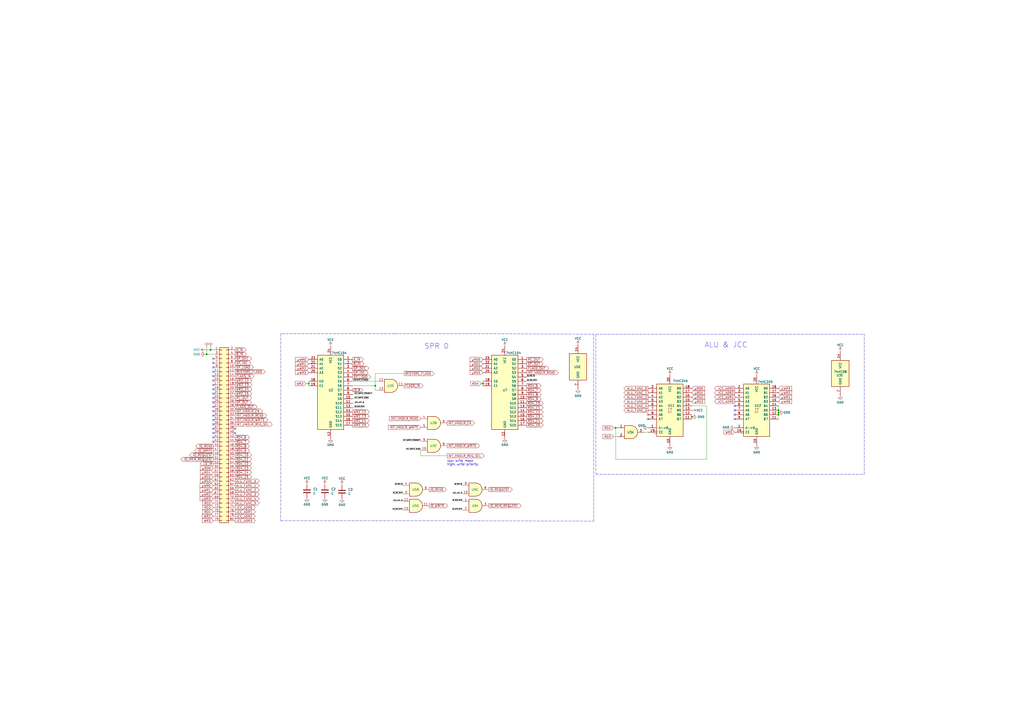
<source format=kicad_sch>
(kicad_sch (version 20211123) (generator eeschema)
  (paper "A2")
  (lib_symbols
    (symbol "74xx:74HC245" (pin_names (offset 1.016))
      (property "Reference" "U" (at -7.62 16.51 0))
      (property "Value" "74HC245" (at -7.62 -16.51 0))
      (symbol "74HC245_1_0"
        (polyline (pts (xy -0.635 -1.27) (xy -0.635 1.27) (xy 0.635 1.27)))
        (polyline (pts (xy -1.27 -1.27) (xy 0.635 -1.27) (xy 0.635 1.27) (xy 1.27 1.27)))
        (pin input line (at -12.7 -10.16 0) (length 5.08) (name "A->B") (number "1"))
        (pin power_in line (at 0 -20.32 90) (length 5.08) (name "GND") (number "10"))
        (pin tri_state line (at 12.7 -5.08 180) (length 5.08) (name "B7") (number "11"))
        (pin tri_state line (at 12.7 -2.54 180) (length 5.08) (name "B6") (number "12"))
        (pin tri_state line (at 12.7 0 180) (length 5.08) (name "B5") (number "13"))
        (pin tri_state line (at 12.7 2.54 180) (length 5.08) (name "B4") (number "14"))
        (pin tri_state line (at 12.7 5.08 180) (length 5.08) (name "B3") (number "15"))
        (pin tri_state line (at 12.7 7.62 180) (length 5.08) (name "B2") (number "16"))
        (pin tri_state line (at 12.7 10.16 180) (length 5.08) (name "B1") (number "17"))
        (pin tri_state line (at 12.7 12.7 180) (length 5.08) (name "B0") (number "18"))
        (pin input inverted (at -12.7 -12.7 0) (length 5.08) (name "CE") (number "19"))
        (pin tri_state line (at -12.7 12.7 0) (length 5.08) (name "A0") (number "2"))
        (pin power_in line (at 0 20.32 270) (length 5.08) (name "VCC") (number "20"))
        (pin tri_state line (at -12.7 10.16 0) (length 5.08) (name "A1") (number "3"))
        (pin tri_state line (at -12.7 7.62 0) (length 5.08) (name "A2") (number "4"))
        (pin tri_state line (at -12.7 5.08 0) (length 5.08) (name "A3") (number "5"))
        (pin tri_state line (at -12.7 2.54 0) (length 5.08) (name "A4") (number "6"))
        (pin tri_state line (at -12.7 0 0) (length 5.08) (name "A5") (number "7"))
        (pin tri_state line (at -12.7 -2.54 0) (length 5.08) (name "A6") (number "8"))
        (pin tri_state line (at -12.7 -5.08 0) (length 5.08) (name "A7") (number "9"))
      )
      (symbol "74HC245_1_1"
        (rectangle (start -7.62 15.24) (end 7.62 -15.24) (stroke (width 0.254)) (fill (type background)))
      )
    )
    (symbol "74xx:74LS08" (pin_names (offset 1.016))
      (property "Reference" "U" (at 0 1.27 0))
      (property "Value" "74LS08" (at 0 -1.27 0))
      (symbol "74LS08_1_1"
        (arc (start 0 -3.81) (mid 3.81 0) (end 0 3.81) (stroke (width 0.254)) (fill (type background)))
        (polyline (pts (xy 0 3.81) (xy -3.81 3.81) (xy -3.81 -3.81) (xy 0 -3.81)) (stroke (width 0.254)) (fill (type background)))
        (pin input line (at -7.62 2.54 0) (length 3.81) (name "~") (number "1"))
        (pin input line (at -7.62 -2.54 0) (length 3.81) (name "~") (number "2"))
        (pin output line (at 7.62 0 180) (length 3.81) (name "~") (number "3"))
      )
      (symbol "74LS08_1_2"
        (arc (start -3.81 -3.81) (mid -2.589 0) (end -3.81 3.81) (stroke (width 0.254)))
        (arc (start -0.6096 -3.81) (mid 2.1855 -2.584) (end 3.81 0) (stroke (width 0.254)) (fill (type background)))
        (polyline (pts (xy -3.81 -3.81) (xy -0.635 -3.81)) (stroke (width 0.254)) (fill (type background)))
        (polyline (pts (xy -3.81 3.81) (xy -0.635 3.81)) (stroke (width 0.254)) (fill (type background)))
        (polyline (pts (xy -0.635 3.81) (xy -3.81 3.81) (xy -3.81 3.81) (xy -3.556 3.4036) (xy -3.0226 2.2606) (xy -2.6924 1.0414) (xy -2.6162 -0.254) (xy -2.7686 -1.4986) (xy -3.175 -2.7178) (xy -3.81 -3.81) (xy -3.81 -3.81) (xy -0.635 -3.81)) (stroke (width -25.4)) (fill (type background)))
        (arc (start 3.81 0) (mid 2.1928 2.5925) (end -0.6096 3.81) (stroke (width 0.254)) (fill (type background)))
        (pin input inverted (at -7.62 2.54 0) (length 4.318) (name "~") (number "1"))
        (pin input inverted (at -7.62 -2.54 0) (length 4.318) (name "~") (number "2"))
        (pin output inverted (at 7.62 0 180) (length 3.81) (name "~") (number "3"))
      )
      (symbol "74LS08_2_1"
        (arc (start 0 -3.81) (mid 3.81 0) (end 0 3.81) (stroke (width 0.254)) (fill (type background)))
        (polyline (pts (xy 0 3.81) (xy -3.81 3.81) (xy -3.81 -3.81) (xy 0 -3.81)) (stroke (width 0.254)) (fill (type background)))
        (pin input line (at -7.62 2.54 0) (length 3.81) (name "~") (number "4"))
        (pin input line (at -7.62 -2.54 0) (length 3.81) (name "~") (number "5"))
        (pin output line (at 7.62 0 180) (length 3.81) (name "~") (number "6"))
      )
      (symbol "74LS08_2_2"
        (arc (start -3.81 -3.81) (mid -2.589 0) (end -3.81 3.81) (stroke (width 0.254)))
        (arc (start -0.6096 -3.81) (mid 2.1855 -2.584) (end 3.81 0) (stroke (width 0.254)) (fill (type background)))
        (polyline (pts (xy -3.81 -3.81) (xy -0.635 -3.81)) (stroke (width 0.254)) (fill (type background)))
        (polyline (pts (xy -3.81 3.81) (xy -0.635 3.81)) (stroke (width 0.254)) (fill (type background)))
        (polyline (pts (xy -0.635 3.81) (xy -3.81 3.81) (xy -3.81 3.81) (xy -3.556 3.4036) (xy -3.0226 2.2606) (xy -2.6924 1.0414) (xy -2.6162 -0.254) (xy -2.7686 -1.4986) (xy -3.175 -2.7178) (xy -3.81 -3.81) (xy -3.81 -3.81) (xy -0.635 -3.81)) (stroke (width -25.4)) (fill (type background)))
        (arc (start 3.81 0) (mid 2.1928 2.5925) (end -0.6096 3.81) (stroke (width 0.254)) (fill (type background)))
        (pin input inverted (at -7.62 2.54 0) (length 4.318) (name "~") (number "4"))
        (pin input inverted (at -7.62 -2.54 0) (length 4.318) (name "~") (number "5"))
        (pin output inverted (at 7.62 0 180) (length 3.81) (name "~") (number "6"))
      )
      (symbol "74LS08_3_1"
        (arc (start 0 -3.81) (mid 3.81 0) (end 0 3.81) (stroke (width 0.254)) (fill (type background)))
        (polyline (pts (xy 0 3.81) (xy -3.81 3.81) (xy -3.81 -3.81) (xy 0 -3.81)) (stroke (width 0.254)) (fill (type background)))
        (pin input line (at -7.62 -2.54 0) (length 3.81) (name "~") (number "10"))
        (pin output line (at 7.62 0 180) (length 3.81) (name "~") (number "8"))
        (pin input line (at -7.62 2.54 0) (length 3.81) (name "~") (number "9"))
      )
      (symbol "74LS08_3_2"
        (arc (start -3.81 -3.81) (mid -2.589 0) (end -3.81 3.81) (stroke (width 0.254)))
        (arc (start -0.6096 -3.81) (mid 2.1855 -2.584) (end 3.81 0) (stroke (width 0.254)) (fill (type background)))
        (polyline (pts (xy -3.81 -3.81) (xy -0.635 -3.81)) (stroke (width 0.254)) (fill (type background)))
        (polyline (pts (xy -3.81 3.81) (xy -0.635 3.81)) (stroke (width 0.254)) (fill (type background)))
        (polyline (pts (xy -0.635 3.81) (xy -3.81 3.81) (xy -3.81 3.81) (xy -3.556 3.4036) (xy -3.0226 2.2606) (xy -2.6924 1.0414) (xy -2.6162 -0.254) (xy -2.7686 -1.4986) (xy -3.175 -2.7178) (xy -3.81 -3.81) (xy -3.81 -3.81) (xy -0.635 -3.81)) (stroke (width -25.4)) (fill (type background)))
        (arc (start 3.81 0) (mid 2.1928 2.5925) (end -0.6096 3.81) (stroke (width 0.254)) (fill (type background)))
        (pin input inverted (at -7.62 -2.54 0) (length 4.318) (name "~") (number "10"))
        (pin output inverted (at 7.62 0 180) (length 3.81) (name "~") (number "8"))
        (pin input inverted (at -7.62 2.54 0) (length 4.318) (name "~") (number "9"))
      )
      (symbol "74LS08_4_1"
        (arc (start 0 -3.81) (mid 3.81 0) (end 0 3.81) (stroke (width 0.254)) (fill (type background)))
        (polyline (pts (xy 0 3.81) (xy -3.81 3.81) (xy -3.81 -3.81) (xy 0 -3.81)) (stroke (width 0.254)) (fill (type background)))
        (pin output line (at 7.62 0 180) (length 3.81) (name "~") (number "11"))
        (pin input line (at -7.62 2.54 0) (length 3.81) (name "~") (number "12"))
        (pin input line (at -7.62 -2.54 0) (length 3.81) (name "~") (number "13"))
      )
      (symbol "74LS08_4_2"
        (arc (start -3.81 -3.81) (mid -2.589 0) (end -3.81 3.81) (stroke (width 0.254)))
        (arc (start -0.6096 -3.81) (mid 2.1855 -2.584) (end 3.81 0) (stroke (width 0.254)) (fill (type background)))
        (polyline (pts (xy -3.81 -3.81) (xy -0.635 -3.81)) (stroke (width 0.254)) (fill (type background)))
        (polyline (pts (xy -3.81 3.81) (xy -0.635 3.81)) (stroke (width 0.254)) (fill (type background)))
        (polyline (pts (xy -0.635 3.81) (xy -3.81 3.81) (xy -3.81 3.81) (xy -3.556 3.4036) (xy -3.0226 2.2606) (xy -2.6924 1.0414) (xy -2.6162 -0.254) (xy -2.7686 -1.4986) (xy -3.175 -2.7178) (xy -3.81 -3.81) (xy -3.81 -3.81) (xy -0.635 -3.81)) (stroke (width -25.4)) (fill (type background)))
        (arc (start 3.81 0) (mid 2.1928 2.5925) (end -0.6096 3.81) (stroke (width 0.254)) (fill (type background)))
        (pin output inverted (at 7.62 0 180) (length 3.81) (name "~") (number "11"))
        (pin input inverted (at -7.62 2.54 0) (length 4.318) (name "~") (number "12"))
        (pin input inverted (at -7.62 -2.54 0) (length 4.318) (name "~") (number "13"))
      )
      (symbol "74LS08_5_0"
        (pin power_in line (at 0 12.7 270) (length 5.08) (name "VCC") (number "14"))
        (pin power_in line (at 0 -12.7 90) (length 5.08) (name "GND") (number "7"))
      )
      (symbol "74LS08_5_1"
        (rectangle (start -5.08 7.62) (end 5.08 -7.62) (stroke (width 0.254)) (fill (type background)))
      )
    )
    (symbol "74xx:74LS154" (pin_names (offset 1.016))
      (property "Reference" "U" (at -7.62 21.59 0))
      (property "Value" "74LS154" (at -7.62 -24.13 0))
      (symbol "74LS154_1_0"
        (pin output line (at 12.7 17.78 180) (length 5.08) (name "S0") (number "1"))
        (pin output line (at 12.7 -5.08 180) (length 5.08) (name "S9") (number "10"))
        (pin output line (at 12.7 -7.62 180) (length 5.08) (name "S10") (number "11"))
        (pin power_in line (at 0 -27.94 90) (length 5.08) (name "GND") (number "12"))
        (pin output line (at 12.7 -10.16 180) (length 5.08) (name "S11") (number "13"))
        (pin output line (at 12.7 -12.7 180) (length 5.08) (name "S12") (number "14"))
        (pin output line (at 12.7 -15.24 180) (length 5.08) (name "S13") (number "15"))
        (pin output line (at 12.7 -17.78 180) (length 5.08) (name "S14") (number "16"))
        (pin output line (at 12.7 -20.32 180) (length 5.08) (name "S15") (number "17"))
        (pin input line (at -12.7 5.08 0) (length 5.08) (name "E0") (number "18"))
        (pin input line (at -12.7 2.54 0) (length 5.08) (name "E1") (number "19"))
        (pin output line (at 12.7 15.24 180) (length 5.08) (name "S1") (number "2"))
        (pin input line (at -12.7 10.16 0) (length 5.08) (name "A3") (number "20"))
        (pin input line (at -12.7 12.7 0) (length 5.08) (name "A2") (number "21"))
        (pin input line (at -12.7 15.24 0) (length 5.08) (name "A1") (number "22"))
        (pin input line (at -12.7 17.78 0) (length 5.08) (name "A0") (number "23"))
        (pin power_in line (at 0 25.4 270) (length 5.08) (name "VCC") (number "24"))
        (pin output line (at 12.7 12.7 180) (length 5.08) (name "S2") (number "3"))
        (pin output line (at 12.7 10.16 180) (length 5.08) (name "S3") (number "4"))
        (pin output line (at 12.7 7.62 180) (length 5.08) (name "S4") (number "5"))
        (pin output line (at 12.7 5.08 180) (length 5.08) (name "S5") (number "6"))
        (pin output line (at 12.7 2.54 180) (length 5.08) (name "S6") (number "7"))
        (pin output line (at 12.7 0 180) (length 5.08) (name "S7") (number "8"))
        (pin output line (at 12.7 -2.54 180) (length 5.08) (name "S8") (number "9"))
      )
      (symbol "74LS154_1_1"
        (rectangle (start -7.62 20.32) (end 7.62 -22.86) (stroke (width 0.254)) (fill (type background)))
      )
    )
    (symbol "Connector_Generic:Conn_02x40_Odd_Even" (pin_names (offset 1.016) hide)
      (property "Reference" "J" (at 1.27 50.8 0))
      (property "Value" "Conn_02x40_Odd_Even" (at 1.27 -53.34 0))
      (symbol "Conn_02x40_Odd_Even_1_1"
        (rectangle (start -1.27 -50.673) (end 0 -50.927) (stroke (width 0.1524)))
        (rectangle (start -1.27 -48.133) (end 0 -48.387) (stroke (width 0.1524)))
        (rectangle (start -1.27 -45.593) (end 0 -45.847) (stroke (width 0.1524)))
        (rectangle (start -1.27 -43.053) (end 0 -43.307) (stroke (width 0.1524)))
        (rectangle (start -1.27 -40.513) (end 0 -40.767) (stroke (width 0.1524)))
        (rectangle (start -1.27 -37.973) (end 0 -38.227) (stroke (width 0.1524)))
        (rectangle (start -1.27 -35.433) (end 0 -35.687) (stroke (width 0.1524)))
        (rectangle (start -1.27 -32.893) (end 0 -33.147) (stroke (width 0.1524)))
        (rectangle (start -1.27 -30.353) (end 0 -30.607) (stroke (width 0.1524)))
        (rectangle (start -1.27 -27.813) (end 0 -28.067) (stroke (width 0.1524)))
        (rectangle (start -1.27 -25.273) (end 0 -25.527) (stroke (width 0.1524)))
        (rectangle (start -1.27 -22.733) (end 0 -22.987) (stroke (width 0.1524)))
        (rectangle (start -1.27 -20.193) (end 0 -20.447) (stroke (width 0.1524)))
        (rectangle (start -1.27 -17.653) (end 0 -17.907) (stroke (width 0.1524)))
        (rectangle (start -1.27 -15.113) (end 0 -15.367) (stroke (width 0.1524)))
        (rectangle (start -1.27 -12.573) (end 0 -12.827) (stroke (width 0.1524)))
        (rectangle (start -1.27 -10.033) (end 0 -10.287) (stroke (width 0.1524)))
        (rectangle (start -1.27 -7.493) (end 0 -7.747) (stroke (width 0.1524)))
        (rectangle (start -1.27 -4.953) (end 0 -5.207) (stroke (width 0.1524)))
        (rectangle (start -1.27 -2.413) (end 0 -2.667) (stroke (width 0.1524)))
        (rectangle (start -1.27 0.127) (end 0 -0.127) (stroke (width 0.1524)))
        (rectangle (start -1.27 2.667) (end 0 2.413) (stroke (width 0.1524)))
        (rectangle (start -1.27 5.207) (end 0 4.953) (stroke (width 0.1524)))
        (rectangle (start -1.27 7.747) (end 0 7.493) (stroke (width 0.1524)))
        (rectangle (start -1.27 10.287) (end 0 10.033) (stroke (width 0.1524)))
        (rectangle (start -1.27 12.827) (end 0 12.573) (stroke (width 0.1524)))
        (rectangle (start -1.27 15.367) (end 0 15.113) (stroke (width 0.1524)))
        (rectangle (start -1.27 17.907) (end 0 17.653) (stroke (width 0.1524)))
        (rectangle (start -1.27 20.447) (end 0 20.193) (stroke (width 0.1524)))
        (rectangle (start -1.27 22.987) (end 0 22.733) (stroke (width 0.1524)))
        (rectangle (start -1.27 25.527) (end 0 25.273) (stroke (width 0.1524)))
        (rectangle (start -1.27 28.067) (end 0 27.813) (stroke (width 0.1524)))
        (rectangle (start -1.27 30.607) (end 0 30.353) (stroke (width 0.1524)))
        (rectangle (start -1.27 33.147) (end 0 32.893) (stroke (width 0.1524)))
        (rectangle (start -1.27 35.687) (end 0 35.433) (stroke (width 0.1524)))
        (rectangle (start -1.27 38.227) (end 0 37.973) (stroke (width 0.1524)))
        (rectangle (start -1.27 40.767) (end 0 40.513) (stroke (width 0.1524)))
        (rectangle (start -1.27 43.307) (end 0 43.053) (stroke (width 0.1524)))
        (rectangle (start -1.27 45.847) (end 0 45.593) (stroke (width 0.1524)))
        (rectangle (start -1.27 48.387) (end 0 48.133) (stroke (width 0.1524)))
        (rectangle (start -1.27 49.53) (end 3.81 -52.07) (stroke (width 0.254)) (fill (type background)))
        (rectangle (start 3.81 -50.673) (end 2.54 -50.927) (stroke (width 0.1524)))
        (rectangle (start 3.81 -48.133) (end 2.54 -48.387) (stroke (width 0.1524)))
        (rectangle (start 3.81 -45.593) (end 2.54 -45.847) (stroke (width 0.1524)))
        (rectangle (start 3.81 -43.053) (end 2.54 -43.307) (stroke (width 0.1524)))
        (rectangle (start 3.81 -40.513) (end 2.54 -40.767) (stroke (width 0.1524)))
        (rectangle (start 3.81 -37.973) (end 2.54 -38.227) (stroke (width 0.1524)))
        (rectangle (start 3.81 -35.433) (end 2.54 -35.687) (stroke (width 0.1524)))
        (rectangle (start 3.81 -32.893) (end 2.54 -33.147) (stroke (width 0.1524)))
        (rectangle (start 3.81 -30.353) (end 2.54 -30.607) (stroke (width 0.1524)))
        (rectangle (start 3.81 -27.813) (end 2.54 -28.067) (stroke (width 0.1524)))
        (rectangle (start 3.81 -25.273) (end 2.54 -25.527) (stroke (width 0.1524)))
        (rectangle (start 3.81 -22.733) (end 2.54 -22.987) (stroke (width 0.1524)))
        (rectangle (start 3.81 -20.193) (end 2.54 -20.447) (stroke (width 0.1524)))
        (rectangle (start 3.81 -17.653) (end 2.54 -17.907) (stroke (width 0.1524)))
        (rectangle (start 3.81 -15.113) (end 2.54 -15.367) (stroke (width 0.1524)))
        (rectangle (start 3.81 -12.573) (end 2.54 -12.827) (stroke (width 0.1524)))
        (rectangle (start 3.81 -10.033) (end 2.54 -10.287) (stroke (width 0.1524)))
        (rectangle (start 3.81 -7.493) (end 2.54 -7.747) (stroke (width 0.1524)))
        (rectangle (start 3.81 -4.953) (end 2.54 -5.207) (stroke (width 0.1524)))
        (rectangle (start 3.81 -2.413) (end 2.54 -2.667) (stroke (width 0.1524)))
        (rectangle (start 3.81 0.127) (end 2.54 -0.127) (stroke (width 0.1524)))
        (rectangle (start 3.81 2.667) (end 2.54 2.413) (stroke (width 0.1524)))
        (rectangle (start 3.81 5.207) (end 2.54 4.953) (stroke (width 0.1524)))
        (rectangle (start 3.81 7.747) (end 2.54 7.493) (stroke (width 0.1524)))
        (rectangle (start 3.81 10.287) (end 2.54 10.033) (stroke (width 0.1524)))
        (rectangle (start 3.81 12.827) (end 2.54 12.573) (stroke (width 0.1524)))
        (rectangle (start 3.81 15.367) (end 2.54 15.113) (stroke (width 0.1524)))
        (rectangle (start 3.81 17.907) (end 2.54 17.653) (stroke (width 0.1524)))
        (rectangle (start 3.81 20.447) (end 2.54 20.193) (stroke (width 0.1524)))
        (rectangle (start 3.81 22.987) (end 2.54 22.733) (stroke (width 0.1524)))
        (rectangle (start 3.81 25.527) (end 2.54 25.273) (stroke (width 0.1524)))
        (rectangle (start 3.81 28.067) (end 2.54 27.813) (stroke (width 0.1524)))
        (rectangle (start 3.81 30.607) (end 2.54 30.353) (stroke (width 0.1524)))
        (rectangle (start 3.81 33.147) (end 2.54 32.893) (stroke (width 0.1524)))
        (rectangle (start 3.81 35.687) (end 2.54 35.433) (stroke (width 0.1524)))
        (rectangle (start 3.81 38.227) (end 2.54 37.973) (stroke (width 0.1524)))
        (rectangle (start 3.81 40.767) (end 2.54 40.513) (stroke (width 0.1524)))
        (rectangle (start 3.81 43.307) (end 2.54 43.053) (stroke (width 0.1524)))
        (rectangle (start 3.81 45.847) (end 2.54 45.593) (stroke (width 0.1524)))
        (rectangle (start 3.81 48.387) (end 2.54 48.133) (stroke (width 0.1524)))
        (pin passive line (at -5.08 48.26 0) (length 3.81) (name "Pin_1") (number "1"))
        (pin passive line (at 7.62 38.1 180) (length 3.81) (name "Pin_10") (number "10"))
        (pin passive line (at -5.08 35.56 0) (length 3.81) (name "Pin_11") (number "11"))
        (pin passive line (at 7.62 35.56 180) (length 3.81) (name "Pin_12") (number "12"))
        (pin passive line (at -5.08 33.02 0) (length 3.81) (name "Pin_13") (number "13"))
        (pin passive line (at 7.62 33.02 180) (length 3.81) (name "Pin_14") (number "14"))
        (pin passive line (at -5.08 30.48 0) (length 3.81) (name "Pin_15") (number "15"))
        (pin passive line (at 7.62 30.48 180) (length 3.81) (name "Pin_16") (number "16"))
        (pin passive line (at -5.08 27.94 0) (length 3.81) (name "Pin_17") (number "17"))
        (pin passive line (at 7.62 27.94 180) (length 3.81) (name "Pin_18") (number "18"))
        (pin passive line (at -5.08 25.4 0) (length 3.81) (name "Pin_19") (number "19"))
        (pin passive line (at 7.62 48.26 180) (length 3.81) (name "Pin_2") (number "2"))
        (pin passive line (at 7.62 25.4 180) (length 3.81) (name "Pin_20") (number "20"))
        (pin passive line (at -5.08 22.86 0) (length 3.81) (name "Pin_21") (number "21"))
        (pin passive line (at 7.62 22.86 180) (length 3.81) (name "Pin_22") (number "22"))
        (pin passive line (at -5.08 20.32 0) (length 3.81) (name "Pin_23") (number "23"))
        (pin passive line (at 7.62 20.32 180) (length 3.81) (name "Pin_24") (number "24"))
        (pin passive line (at -5.08 17.78 0) (length 3.81) (name "Pin_25") (number "25"))
        (pin passive line (at 7.62 17.78 180) (length 3.81) (name "Pin_26") (number "26"))
        (pin passive line (at -5.08 15.24 0) (length 3.81) (name "Pin_27") (number "27"))
        (pin passive line (at 7.62 15.24 180) (length 3.81) (name "Pin_28") (number "28"))
        (pin passive line (at -5.08 12.7 0) (length 3.81) (name "Pin_29") (number "29"))
        (pin passive line (at -5.08 45.72 0) (length 3.81) (name "Pin_3") (number "3"))
        (pin passive line (at 7.62 12.7 180) (length 3.81) (name "Pin_30") (number "30"))
        (pin passive line (at -5.08 10.16 0) (length 3.81) (name "Pin_31") (number "31"))
        (pin passive line (at 7.62 10.16 180) (length 3.81) (name "Pin_32") (number "32"))
        (pin passive line (at -5.08 7.62 0) (length 3.81) (name "Pin_33") (number "33"))
        (pin passive line (at 7.62 7.62 180) (length 3.81) (name "Pin_34") (number "34"))
        (pin passive line (at -5.08 5.08 0) (length 3.81) (name "Pin_35") (number "35"))
        (pin passive line (at 7.62 5.08 180) (length 3.81) (name "Pin_36") (number "36"))
        (pin passive line (at -5.08 2.54 0) (length 3.81) (name "Pin_37") (number "37"))
        (pin passive line (at 7.62 2.54 180) (length 3.81) (name "Pin_38") (number "38"))
        (pin passive line (at -5.08 0 0) (length 3.81) (name "Pin_39") (number "39"))
        (pin passive line (at 7.62 45.72 180) (length 3.81) (name "Pin_4") (number "4"))
        (pin passive line (at 7.62 0 180) (length 3.81) (name "Pin_40") (number "40"))
        (pin passive line (at -5.08 -2.54 0) (length 3.81) (name "Pin_41") (number "41"))
        (pin passive line (at 7.62 -2.54 180) (length 3.81) (name "Pin_42") (number "42"))
        (pin passive line (at -5.08 -5.08 0) (length 3.81) (name "Pin_43") (number "43"))
        (pin passive line (at 7.62 -5.08 180) (length 3.81) (name "Pin_44") (number "44"))
        (pin passive line (at -5.08 -7.62 0) (length 3.81) (name "Pin_45") (number "45"))
        (pin passive line (at 7.62 -7.62 180) (length 3.81) (name "Pin_46") (number "46"))
        (pin passive line (at -5.08 -10.16 0) (length 3.81) (name "Pin_47") (number "47"))
        (pin passive line (at 7.62 -10.16 180) (length 3.81) (name "Pin_48") (number "48"))
        (pin passive line (at -5.08 -12.7 0) (length 3.81) (name "Pin_49") (number "49"))
        (pin passive line (at -5.08 43.18 0) (length 3.81) (name "Pin_5") (number "5"))
        (pin passive line (at 7.62 -12.7 180) (length 3.81) (name "Pin_50") (number "50"))
        (pin passive line (at -5.08 -15.24 0) (length 3.81) (name "Pin_51") (number "51"))
        (pin passive line (at 7.62 -15.24 180) (length 3.81) (name "Pin_52") (number "52"))
        (pin passive line (at -5.08 -17.78 0) (length 3.81) (name "Pin_53") (number "53"))
        (pin passive line (at 7.62 -17.78 180) (length 3.81) (name "Pin_54") (number "54"))
        (pin passive line (at -5.08 -20.32 0) (length 3.81) (name "Pin_55") (number "55"))
        (pin passive line (at 7.62 -20.32 180) (length 3.81) (name "Pin_56") (number "56"))
        (pin passive line (at -5.08 -22.86 0) (length 3.81) (name "Pin_57") (number "57"))
        (pin passive line (at 7.62 -22.86 180) (length 3.81) (name "Pin_58") (number "58"))
        (pin passive line (at -5.08 -25.4 0) (length 3.81) (name "Pin_59") (number "59"))
        (pin passive line (at 7.62 43.18 180) (length 3.81) (name "Pin_6") (number "6"))
        (pin passive line (at 7.62 -25.4 180) (length 3.81) (name "Pin_60") (number "60"))
        (pin passive line (at -5.08 -27.94 0) (length 3.81) (name "Pin_61") (number "61"))
        (pin passive line (at 7.62 -27.94 180) (length 3.81) (name "Pin_62") (number "62"))
        (pin passive line (at -5.08 -30.48 0) (length 3.81) (name "Pin_63") (number "63"))
        (pin passive line (at 7.62 -30.48 180) (length 3.81) (name "Pin_64") (number "64"))
        (pin passive line (at -5.08 -33.02 0) (length 3.81) (name "Pin_65") (number "65"))
        (pin passive line (at 7.62 -33.02 180) (length 3.81) (name "Pin_66") (number "66"))
        (pin passive line (at -5.08 -35.56 0) (length 3.81) (name "Pin_67") (number "67"))
        (pin passive line (at 7.62 -35.56 180) (length 3.81) (name "Pin_68") (number "68"))
        (pin passive line (at -5.08 -38.1 0) (length 3.81) (name "Pin_69") (number "69"))
        (pin passive line (at -5.08 40.64 0) (length 3.81) (name "Pin_7") (number "7"))
        (pin passive line (at 7.62 -38.1 180) (length 3.81) (name "Pin_70") (number "70"))
        (pin passive line (at -5.08 -40.64 0) (length 3.81) (name "Pin_71") (number "71"))
        (pin passive line (at 7.62 -40.64 180) (length 3.81) (name "Pin_72") (number "72"))
        (pin passive line (at -5.08 -43.18 0) (length 3.81) (name "Pin_73") (number "73"))
        (pin passive line (at 7.62 -43.18 180) (length 3.81) (name "Pin_74") (number "74"))
        (pin passive line (at -5.08 -45.72 0) (length 3.81) (name "Pin_75") (number "75"))
        (pin passive line (at 7.62 -45.72 180) (length 3.81) (name "Pin_76") (number "76"))
        (pin passive line (at -5.08 -48.26 0) (length 3.81) (name "Pin_77") (number "77"))
        (pin passive line (at 7.62 -48.26 180) (length 3.81) (name "Pin_78") (number "78"))
        (pin passive line (at -5.08 -50.8 0) (length 3.81) (name "Pin_79") (number "79"))
        (pin passive line (at 7.62 40.64 180) (length 3.81) (name "Pin_8") (number "8"))
        (pin passive line (at 7.62 -50.8 180) (length 3.81) (name "Pin_80") (number "80"))
        (pin passive line (at -5.08 38.1 0) (length 3.81) (name "Pin_9") (number "9"))
      )
    )
    (symbol "Device:C" (pin_numbers hide) (pin_names (offset 0.254))
      (property "Reference" "C" (at 0.635 2.54 0))
      (property "Value" "C" (at 0.635 -2.54 0))
      (symbol "C_0_1"
        (polyline (pts (xy -2.032 -0.762) (xy 2.032 -0.762)) (stroke (width 0.508)))
        (polyline (pts (xy -2.032 0.762) (xy 2.032 0.762)) (stroke (width 0.508)))
      )
      (symbol "C_1_1"
        (pin passive line (at 0 3.81 270) (length 2.794) (name "~") (number "1"))
        (pin passive line (at 0 -3.81 90) (length 2.794) (name "~") (number "2"))
      )
    )
    (symbol "power:GND" (power) (pin_names (offset 0))
      (property "Value" "GND" (at 0 -3.81 0))
      (symbol "GND_0_1"
        (polyline (pts (xy 0 0) (xy 0 -1.27) (xy 1.27 -1.27) (xy 0 -2.54) (xy -1.27 -1.27) (xy 0 -1.27)))
      )
      (symbol "GND_1_1"
        (pin power_in line (at 0 0 270) (length 0) hide (name "GND") (number "1"))
      )
    )
    (symbol "power:PWR_FLAG" (power) (pin_numbers hide) (pin_names (offset 0) hide)
      (property "Value" "PWR_FLAG" (at 0 3.81 0))
      (symbol "PWR_FLAG_0_0"
        (pin power_out line (at 0 0 90) (length 0) (name "pwr") (number "1"))
      )
      (symbol "PWR_FLAG_0_1"
        (polyline (pts (xy 0 0) (xy 0 1.27) (xy -1.016 1.905) (xy 0 2.54) (xy 1.016 1.905) (xy 0 1.27)))
      )
    )
    (symbol "power:VCC" (power) (pin_names (offset 0))
      (property "Value" "VCC" (at 0 3.81 0))
      (symbol "VCC_0_1"
        (polyline (pts (xy -0.762 1.27) (xy 0 2.54)))
        (polyline (pts (xy 0 0) (xy 0 2.54)))
        (polyline (pts (xy 0 2.54) (xy 0.762 1.27)))
      )
      (symbol "VCC_1_1"
        (pin power_in line (at 0 0 90) (length 0) hide (name "VCC") (number "1"))
      )
    )
  )
  (junction (at 451.612 237.998))
  (junction (at 122.174 202.946))
  (junction (at 119.888 205.486))
  (junction (at 280.162 222.504))
  (junction (at 217.678 223.774))
  (junction (at 401.32 241.808))
  (junction (at 357.124 248.158))
  (junction (at 451.612 240.538))
  (junction (at 451.612 239.268))
  (junction (at 179.07 222.504))
  (no_connect (at 123.698 241.046))
  (no_connect (at 123.698 251.206))
  (no_connect (at 123.698 256.286))
  (no_connect (at 123.698 233.426))
  (no_connect (at 123.698 210.566))
  (no_connect (at 123.698 208.026))
  (no_connect (at 426.212 237.998))
  (no_connect (at 426.212 235.458))
  (no_connect (at 123.698 213.106))
  (no_connect (at 136.398 251.206))
  (no_connect (at 136.398 248.666))
  (no_connect (at 123.698 215.646))
  (no_connect (at 123.698 225.806))
  (no_connect (at 123.698 248.666))
  (no_connect (at 123.698 243.586))
  (no_connect (at 123.698 228.346))
  (no_connect (at 375.92 240.538))
  (no_connect (at 426.212 243.078))
  (no_connect (at 123.698 253.746))
  (no_connect (at 123.698 246.126))
  (no_connect (at 123.698 235.966))
  (no_connect (at 375.92 243.078))
  (no_connect (at 123.698 230.886))
  (no_connect (at 123.698 220.726))
  (no_connect (at 123.698 238.506))
  (no_connect (at 426.212 240.538))
  (no_connect (at 123.698 223.266))
  (no_connect (at 123.698 218.186))
  (polyline (pts (xy 345.694 275.082) (xy 501.396 275.082)))
  (wire (pts (xy 409.956 235.458) (xy 401.32 235.458)))
  (wire (pts (xy 357.124 248.158) (xy 357.124 266.446)))
  (wire (pts (xy 259.334 264.414) (xy 244.094 264.414)))
  (wire (pts (xy 357.124 248.158) (xy 358.394 248.158)))
  (wire (pts (xy 279.146 222.504) (xy 280.162 222.504)))
  (polyline (pts (xy 344.424 302.26) (xy 344.424 193.802)))
  (wire (pts (xy 204.47 221.234) (xy 219.202 221.234)))
  (wire (pts (xy 355.854 253.238) (xy 358.394 253.238)))
  (wire (pts (xy 119.888 205.486) (xy 123.698 205.486)))
  (polyline (pts (xy 162.814 193.548) (xy 162.814 302.006)))
  (wire (pts (xy 119.888 201.422) (xy 119.888 205.486)))
  (wire (pts (xy 179.07 222.504) (xy 179.07 223.774)))
  (wire (pts (xy 204.47 236.474) (xy 205.486 236.474)))
  (polyline (pts (xy 229.108 193.548) (xy 162.814 193.548)))
  (polyline (pts (xy 162.814 302.006) (xy 344.424 302.26)))
  (wire (pts (xy 280.162 222.504) (xy 280.162 223.774)))
  (polyline (pts (xy 501.396 275.082) (xy 501.396 193.802)))
  (wire (pts (xy 219.202 226.314) (xy 217.678 226.314)))
  (wire (pts (xy 122.174 201.422) (xy 122.174 202.946)))
  (wire (pts (xy 244.094 264.414) (xy 244.094 261.112)))
  (wire (pts (xy 217.678 223.774) (xy 217.678 216.662)))
  (wire (pts (xy 409.956 266.446) (xy 409.956 235.458)))
  (wire (pts (xy 217.678 223.774) (xy 204.47 223.774)))
  (wire (pts (xy 355.854 248.158) (xy 357.124 248.158)))
  (wire (pts (xy 217.678 216.662) (xy 234.442 216.662)))
  (wire (pts (xy 204.47 231.394) (xy 205.486 231.394)))
  (polyline (pts (xy 345.694 193.802) (xy 501.396 193.802)))
  (wire (pts (xy 280.162 221.234) (xy 280.162 222.504)))
  (wire (pts (xy 401.32 241.808) (xy 401.32 243.078)))
  (wire (pts (xy 451.612 235.458) (xy 451.612 237.998)))
  (wire (pts (xy 119.126 205.486) (xy 119.888 205.486)))
  (wire (pts (xy 357.124 266.446) (xy 409.956 266.446)))
  (wire (pts (xy 204.47 233.934) (xy 205.486 233.934)))
  (wire (pts (xy 177.546 222.504) (xy 179.07 222.504)))
  (wire (pts (xy 401.32 240.538) (xy 401.32 241.808)))
  (wire (pts (xy 122.174 202.946) (xy 123.698 202.946)))
  (polyline (pts (xy 345.694 193.802) (xy 345.694 275.082)))
  (wire (pts (xy 217.678 226.314) (xy 217.678 223.774)))
  (wire (pts (xy 179.07 221.234) (xy 179.07 222.504)))
  (wire (pts (xy 451.612 240.538) (xy 451.612 243.078)))
  (wire (pts (xy 451.612 237.998) (xy 451.612 239.268)))
  (wire (pts (xy 451.612 239.268) (xy 451.612 240.538)))
  (wire (pts (xy 119.126 202.946) (xy 122.174 202.946)))
  (wire (pts (xy 204.47 228.854) (xy 205.486 228.854)))
  (wire (pts (xy 373.634 250.698) (xy 375.92 250.698)))
  (polyline (pts (xy 229.108 193.548) (xy 344.424 193.802)))
  (text "ALU & JCC" (at 408.686 201.93 0) (effects (font (size 3 3)) (justify left bottom)))
  (text "low: write mask\nhigh: write priority" (at 259.334 270.256 0) (effects (font (size 1.27 1.27)) (justify left bottom)))
  (text "SPR 0" (at 246.126 202.692 0) (effects (font (size 3 3)) (justify left bottom)))
  (label "~{IO_RD_MEM}" (at 233.68 286.512 180) (effects (font (size 0.7 0.7))))
  (label "~{INT_WRITE_PRIORITY}" (at 244.094 256.032 180) (effects (font (size 0.7 0.7))))
  (label "~{LATCH_FLAGS}" (at 204.724 221.234 0) (effects (font (size 0.9 0.9))))
  (label "~{IO_RD_IO}" (at 305.562 218.694 0) (effects (font (size 0.7 0.7))))
  (label "~{IO_WR_MEM}" (at 205.486 236.474 0) (effects (font (size 0.7 0.7))))
  (label "~{INT_WRITE_MASK}" (at 244.094 261.112 180) (effects (font (size 0.7 0.7))))
  (label "~{IO_RD_IO}" (at 233.68 281.432 180) (effects (font (size 0.7 0.7))))
  (label "~{INT_WRITE_PRIORITY}" (at 205.486 228.854 0) (effects (font (size 0.7 0.7))))
  (label "~{IO_RD_MEM}" (at 268.224 290.83 180) (effects (font (size 0.7 0.7))))
  (label "~{IO_WR_IO" (at 205.486 233.934 0) (effects (font (size 0.7 0.7))))
  (label "~{IO_WR_MEM}" (at 268.224 295.91 180) (effects (font (size 0.7 0.7))))
  (label "~{IO_WR_MEM}" (at 233.68 295.91 180) (effects (font (size 0.7 0.7))))
  (label "~{IO_RD_IO}" (at 268.224 281.432 180) (effects (font (size 0.7 0.7))))
  (label "~{IO_WR_IO" (at 233.68 290.83 180) (effects (font (size 0.7 0.7))))
  (label "~{IO_WR_IO" (at 268.224 286.512 180) (effects (font (size 0.7 0.7))))
  (label "~{INT_WRITE_MASK}" (at 205.486 231.394 0) (effects (font (size 0.7 0.7))))
  (label "~{IO_RD_MEM}" (at 305.562 221.234 0) (effects (font (size 0.7 0.7))))
  (global_label "μRD0" (shape input) (at 123.698 271.526 180) (property "Intersheet References" "${INTERSHEET_REFS}" (effects hide)))
  (global_label "~{FLAGS_IN}" (shape output) (at 136.398 218.186 0) (property "Intersheet References" "${INTERSHEET_REFS}" (effects hide)))
  (global_label "ALU_FUNC_0" (shape output) (at 375.92 225.298 180) (property "Intersheet References" "${INTERSHEET_REFS}" (effects hide)))
  (global_label "~{RD4_6}" (shape output) (at 305.562 223.774 0) (property "Intersheet References" "${INTERSHEET_REFS}" (effects hide)))
  (global_label "~{PC_OUT}" (shape output) (at 305.562 208.534 0) (property "Intersheet References" "${INTERSHEET_REFS}" (effects hide)))
  (global_label "RD4" (shape input) (at 123.698 296.926 180) (property "Intersheet References" "${INTERSHEET_REFS}" (effects hide)))
  (global_label "μWR1" (shape input) (at 451.612 230.378 0) (property "Intersheet References" "${INTERSHEET_REFS}" (effects hide)))
  (global_label "JCC_ADR1" (shape output) (at 136.398 296.926 0) (property "Intersheet References" "${INTERSHEET_REFS}" (effects hide)))
  (global_label "~{RD4_10}" (shape output) (at 305.562 233.934 0) (property "Intersheet References" "${INTERSHEET_REFS}" (effects hide)))
  (global_label "μWR2" (shape input) (at 451.612 227.838 0) (property "Intersheet References" "${INTERSHEET_REFS}" (effects hide)))
  (global_label "~{INT_HNDLR_READ}" (shape output) (at 305.562 216.154 0) (property "Intersheet References" "${INTERSHEET_REFS}" (effects hide)))
  (global_label "~{A_IN}" (shape output) (at 136.398 202.946 0) (property "Intersheet References" "${INTERSHEET_REFS}" (effects hide)))
  (global_label "ALU_FUNC_2" (shape output) (at 375.92 230.378 180) (property "Intersheet References" "${INTERSHEET_REFS}" (effects hide)))
  (global_label "~{IO_WRITE}" (shape output) (at 123.698 261.366 180) (property "Intersheet References" "${INTERSHEET_REFS}" (effects hide)))
  (global_label "~{INT_HNDLR_WRITE}" (shape output) (at 136.398 243.586 0) (property "Intersheet References" "${INTERSHEET_REFS}" (effects hide)))
  (global_label "~{RD4_14}" (shape output) (at 305.562 244.094 0) (property "Intersheet References" "${INTERSHEET_REFS}" (effects hide)))
  (global_label "JCC_ADR2" (shape output) (at 426.212 227.838 180) (property "Intersheet References" "${INTERSHEET_REFS}" (effects hide)))
  (global_label "RD4" (shape input) (at 279.146 222.504 180) (property "Intersheet References" "${INTERSHEET_REFS}" (effects hide)))
  (global_label "μWR3" (shape input) (at 179.07 216.154 180) (property "Intersheet References" "${INTERSHEET_REFS}" (effects hide)))
  (global_label "INT_HNDLR_REG_SEL" (shape output) (at 136.398 246.126 0) (property "Intersheet References" "${INTERSHEET_REFS}" (effects hide)))
  (global_label "μRD3" (shape input) (at 280.162 216.154 180) (property "Intersheet References" "${INTERSHEET_REFS}" (effects hide)))
  (global_label "~{SP_INC}" (shape output) (at 136.398 210.566 0) (property "Intersheet References" "${INTERSHEET_REFS}" (effects hide)))
  (global_label "JCC_ADR0" (shape output) (at 136.398 294.386 0) (property "Intersheet References" "${INTERSHEET_REFS}" (effects hide)))
  (global_label "~{IO_REQUEST}" (shape output) (at 283.464 283.972 0) (property "Intersheet References" "${INTERSHEET_REFS}" (effects hide)))
  (global_label "~{INT_HNDLR_WRITE}" (shape output) (at 259.334 258.572 0) (property "Intersheet References" "${INTERSHEET_REFS}" (effects hide)))
  (global_label "~{IO_READ}" (shape output) (at 248.92 283.972 0) (property "Intersheet References" "${INTERSHEET_REFS}" (effects hide)))
  (global_label "~{RD4_12}" (shape output) (at 136.398 268.986 0) (property "Intersheet References" "${INTERSHEET_REFS}" (effects hide)))
  (global_label "~{FLAGS_IN}" (shape output) (at 234.442 223.774 0) (property "Intersheet References" "${INTERSHEET_REFS}" (effects hide)))
  (global_label "~{SP_LOAD}" (shape output) (at 136.398 213.106 0) (property "Intersheet References" "${INTERSHEET_REFS}" (effects hide)))
  (global_label "~{RD4_11}" (shape output) (at 136.398 266.446 0) (property "Intersheet References" "${INTERSHEET_REFS}" (effects hide)))
  (global_label "μRD2" (shape input) (at 280.162 213.614 180) (property "Intersheet References" "${INTERSHEET_REFS}" (effects hide)))
  (global_label "μRD0" (shape input) (at 401.32 225.298 0) (property "Intersheet References" "${INTERSHEET_REFS}" (effects hide)))
  (global_label "INT_HNDLR_REG_SEL" (shape output) (at 259.334 264.414 0) (property "Intersheet References" "${INTERSHEET_REFS}" (effects hide)))
  (global_label "μWR1" (shape input) (at 123.698 284.226 180) (property "Intersheet References" "${INTERSHEET_REFS}" (effects hide)))
  (global_label "~{RD4_12}" (shape output) (at 305.562 239.014 0) (property "Intersheet References" "${INTERSHEET_REFS}" (effects hide)))
  (global_label "μWR2" (shape input) (at 179.07 213.614 180) (property "Intersheet References" "${INTERSHEET_REFS}" (effects hide)))
  (global_label "~{SP_DEC}" (shape output) (at 136.398 208.026 0) (property "Intersheet References" "${INTERSHEET_REFS}" (effects hide)))
  (global_label "RD2" (shape input) (at 355.854 248.158 180) (property "Intersheet References" "${INTERSHEET_REFS}" (effects hide)))
  (global_label "~{RD4_13}" (shape output) (at 305.562 241.554 0) (property "Intersheet References" "${INTERSHEET_REFS}" (effects hide)))
  (global_label "~{IO_READ}" (shape output) (at 123.698 258.826 180) (property "Intersheet References" "${INTERSHEET_REFS}" (effects hide)))
  (global_label "μRD2" (shape input) (at 401.32 230.378 0) (property "Intersheet References" "${INTERSHEET_REFS}" (effects hide)))
  (global_label "~{INT_HNDLR_WRITE}" (shape input) (at 244.094 247.904 180) (property "Intersheet References" "${INTERSHEET_REFS}" (effects hide)))
  (global_label "~{SP_INC}" (shape output) (at 204.47 216.154 0) (property "Intersheet References" "${INTERSHEET_REFS}" (effects hide)))
  (global_label "WR2" (shape input) (at 123.698 299.466 180) (property "Intersheet References" "${INTERSHEET_REFS}" (effects hide)))
  (global_label "~{RD4_13}" (shape output) (at 136.398 271.526 0) (property "Intersheet References" "${INTERSHEET_REFS}" (effects hide)))
  (global_label "~{RD4_8}" (shape output) (at 305.562 228.854 0) (property "Intersheet References" "${INTERSHEET_REFS}" (effects hide)))
  (global_label "μRD3" (shape input) (at 123.698 279.146 180) (property "Intersheet References" "${INTERSHEET_REFS}" (effects hide)))
  (global_label "~{RD4_7}" (shape output) (at 305.562 226.314 0) (property "Intersheet References" "${INTERSHEET_REFS}" (effects hide)))
  (global_label "~{WR2_13}" (shape output) (at 204.47 241.554 0) (property "Intersheet References" "${INTERSHEET_REFS}" (effects hide)))
  (global_label "~{IO_MEM_REQUEST}" (shape output) (at 123.698 266.446 180) (property "Intersheet References" "${INTERSHEET_REFS}" (effects hide)))
  (global_label "μWR3" (shape input) (at 123.698 289.306 180) (property "Intersheet References" "${INTERSHEET_REFS}" (effects hide)))
  (global_label "JCC_ADR3" (shape output) (at 426.212 225.298 180) (property "Intersheet References" "${INTERSHEET_REFS}" (effects hide)))
  (global_label "WR2" (shape input) (at 177.546 222.504 180) (property "Intersheet References" "${INTERSHEET_REFS}" (effects hide)))
  (global_label "μWR0" (shape input) (at 123.698 281.686 180) (property "Intersheet References" "${INTERSHEET_REFS}" (effects hide)))
  (global_label "μRD1" (shape input) (at 280.162 211.074 180) (property "Intersheet References" "${INTERSHEET_REFS}" (effects hide)))
  (global_label "~{RD4_11}" (shape output) (at 305.562 236.474 0) (property "Intersheet References" "${INTERSHEET_REFS}" (effects hide)))
  (global_label "~{RD4_15}" (shape output) (at 305.562 246.634 0) (property "Intersheet References" "${INTERSHEET_REFS}" (effects hide)))
  (global_label "μWR0" (shape input) (at 179.07 208.534 180) (property "Intersheet References" "${INTERSHEET_REFS}" (effects hide)))
  (global_label "μWR1" (shape input) (at 179.07 211.074 180) (property "Intersheet References" "${INTERSHEET_REFS}" (effects hide)))
  (global_label "~{RD4_7}" (shape output) (at 136.398 256.286 0) (property "Intersheet References" "${INTERSHEET_REFS}" (effects hide)))
  (global_label "~{WR2_14}" (shape output) (at 204.47 244.094 0) (property "Intersheet References" "${INTERSHEET_REFS}" (effects hide)))
  (global_label "~{SP_OUT}" (shape output) (at 305.562 211.074 0) (property "Intersheet References" "${INTERSHEET_REFS}" (effects hide)))
  (global_label "μWR0" (shape input) (at 451.612 232.918 0) (property "Intersheet References" "${INTERSHEET_REFS}" (effects hide)))
  (global_label "~{INT_HNDLR_READ}" (shape input) (at 244.094 242.824 180) (property "Intersheet References" "${INTERSHEET_REFS}" (effects hide)))
  (global_label "ALU_FUNC_3" (shape output) (at 375.92 232.918 180) (property "Intersheet References" "${INTERSHEET_REFS}" (effects hide)))
  (global_label "ALU_FUNC_1" (shape output) (at 375.92 227.838 180) (property "Intersheet References" "${INTERSHEET_REFS}" (effects hide)))
  (global_label "JCC_ADR1" (shape output) (at 426.212 230.378 180) (property "Intersheet References" "${INTERSHEET_REFS}" (effects hide)))
  (global_label "JCC_ADR2" (shape output) (at 136.398 299.466 0) (property "Intersheet References" "${INTERSHEET_REFS}" (effects hide)))
  (global_label "ALU_FUNC_5" (shape output) (at 375.92 237.998 180) (property "Intersheet References" "${INTERSHEET_REFS}" (effects hide)))
  (global_label "JCC_ADR0" (shape output) (at 426.212 232.918 180) (property "Intersheet References" "${INTERSHEET_REFS}" (effects hide)))
  (global_label "μWR2" (shape input) (at 123.698 286.766 180) (property "Intersheet References" "${INTERSHEET_REFS}" (effects hide)))
  (global_label "μWR3" (shape input) (at 451.612 225.298 0) (property "Intersheet References" "${INTERSHEET_REFS}" (effects hide)))
  (global_label "~{WR2_12}" (shape output) (at 204.47 239.014 0) (property "Intersheet References" "${INTERSHEET_REFS}" (effects hide)))
  (global_label "~{RESTORE_FLAGS}" (shape output) (at 136.398 215.646 0) (property "Intersheet References" "${INTERSHEET_REFS}" (effects hide)))
  (global_label "~{INT_HNDLR_EN}" (shape output) (at 136.398 238.506 0) (property "Intersheet References" "${INTERSHEET_REFS}" (effects hide)))
  (global_label "~{INT_HNDLR_EN}" (shape output) (at 259.334 245.364 0) (property "Intersheet References" "${INTERSHEET_REFS}" (effects hide)))
  (global_label "~{RD4_6}" (shape output) (at 136.398 253.746 0) (property "Intersheet References" "${INTERSHEET_REFS}" (effects hide)))
  (global_label "RD3" (shape input) (at 123.698 294.386 180) (property "Intersheet References" "${INTERSHEET_REFS}" (effects hide)))
  (global_label "~{INT_HNDLR_READ}" (shape output) (at 136.398 241.046 0) (property "Intersheet References" "${INTERSHEET_REFS}" (effects hide)))
  (global_label "~{RESTORE_FLAGS}" (shape output) (at 234.442 216.662 0) (property "Intersheet References" "${INTERSHEET_REFS}" (effects hide)))
  (global_label "ALU_FUNC_3" (shape output) (at 136.398 286.766 0) (property "Intersheet References" "${INTERSHEET_REFS}" (effects hide)))
  (global_label "μRD3" (shape input) (at 401.32 232.918 0) (property "Intersheet References" "${INTERSHEET_REFS}" (effects hide)))
  (global_label "~{IO_WRITE}" (shape output) (at 248.92 293.37 0) (property "Intersheet References" "${INTERSHEET_REFS}" (effects hide)))
  (global_label "JCC_ADR3" (shape output) (at 136.398 302.006 0) (property "Intersheet References" "${INTERSHEET_REFS}" (effects hide)))
  (global_label "~{A_IN}" (shape output) (at 204.47 208.534 0) (property "Intersheet References" "${INTERSHEET_REFS}" (effects hide)))
  (global_label "~{RD4_15}" (shape output) (at 136.398 276.606 0) (property "Intersheet References" "${INTERSHEET_REFS}" (effects hide)))
  (global_label "~{RD4_14}" (shape output) (at 136.398 274.066 0) (property "Intersheet References" "${INTERSHEET_REFS}" (effects hide)))
  (global_label "~{SP_OUT}" (shape output) (at 136.398 233.426 0) (property "Intersheet References" "${INTERSHEET_REFS}" (effects hide)))
  (global_label "~{B_IN}" (shape output) (at 136.398 205.486 0) (property "Intersheet References" "${INTERSHEET_REFS}" (effects hide)))
  (global_label "ALU_FUNC_0" (shape output) (at 136.398 279.146 0) (property "Intersheet References" "${INTERSHEET_REFS}" (effects hide)))
  (global_label "ALU_FUNC_1" (shape output) (at 136.398 281.686 0) (property "Intersheet References" "${INTERSHEET_REFS}" (effects hide)))
  (global_label "ALU_FUNC_5" (shape output) (at 136.398 291.846 0) (property "Intersheet References" "${INTERSHEET_REFS}" (effects hide)))
  (global_label "~{RD4_8}" (shape output) (at 136.398 258.826 0) (property "Intersheet References" "${INTERSHEET_REFS}" (effects hide)))
  (global_label "WR3" (shape input) (at 123.698 302.006 180) (property "Intersheet References" "${INTERSHEET_REFS}" (effects hide)))
  (global_label "μRD0" (shape input) (at 280.162 208.534 180) (property "Intersheet References" "${INTERSHEET_REFS}" (effects hide)))
  (global_label "WR3" (shape input) (at 426.212 250.698 180) (property "Intersheet References" "${INTERSHEET_REFS}" (effects hide)))
  (global_label "μRD2" (shape input) (at 123.698 276.606 180) (property "Intersheet References" "${INTERSHEET_REFS}" (effects hide)))
  (global_label "~{IO_REQUEST}" (shape output) (at 123.698 263.906 180) (property "Intersheet References" "${INTERSHEET_REFS}" (effects hide)))
  (global_label "RD2" (shape input) (at 123.698 291.846 180) (property "Intersheet References" "${INTERSHEET_REFS}" (effects hide)))
  (global_label "~{FLAGS_OUT}" (shape output) (at 136.398 235.966 0) (property "Intersheet References" "${INTERSHEET_REFS}" (effects hide)))
  (global_label "~{WR2_14}" (shape output) (at 136.398 225.806 0) (property "Intersheet References" "${INTERSHEET_REFS}" (effects hide)))
  (global_label "~{PC_OUT}" (shape output) (at 136.398 230.886 0) (property "Intersheet References" "${INTERSHEET_REFS}" (effects hide)))
  (global_label "~{LD_IR}" (shape output) (at 123.698 268.986 180) (property "Intersheet References" "${INTERSHEET_REFS}" (effects hide)))
  (global_label "~{IO_MEM_REQUEST}" (shape output) (at 283.464 293.37 0) (property "Intersheet References" "${INTERSHEET_REFS}" (effects hide)))
  (global_label "~{WR2_15}" (shape output) (at 204.47 246.634 0) (property "Intersheet References" "${INTERSHEET_REFS}" (effects hide)))
  (global_label "ALU_FUNC_4" (shape output) (at 136.398 289.306 0) (property "Intersheet References" "${INTERSHEET_REFS}" (effects hide)))
  (global_label "ALU_FUNC_2" (shape output) (at 136.398 284.226 0) (property "Intersheet References" "${INTERSHEET_REFS}" (effects hide)))
  (global_label "~{RD4_9}" (shape output) (at 305.562 231.394 0) (property "Intersheet References" "${INTERSHEET_REFS}" (effects hide)))
  (global_label "~{RD4_9}" (shape output) (at 136.398 261.366 0) (property "Intersheet References" "${INTERSHEET_REFS}" (effects hide)))
  (global_label "RD3" (shape input) (at 355.854 253.238 180) (property "Intersheet References" "${INTERSHEET_REFS}" (effects hide)))
  (global_label "μRD1" (shape input) (at 123.698 274.066 180) (property "Intersheet References" "${INTERSHEET_REFS}" (effects hide)))
  (global_label "~{LD_IR}" (shape output) (at 204.47 226.314 0) (effects (font (size 1 1))) (property "Intersheet References" "${INTERSHEET_REFS}" (effects hide)))
  (global_label "~{WR2_15}" (shape output) (at 136.398 228.346 0) (property "Intersheet References" "${INTERSHEET_REFS}" (effects hide)))
  (global_label "~{B_IN}" (shape output) (at 204.47 211.074 0) (property "Intersheet References" "${INTERSHEET_REFS}" (effects hide)))
  (global_label "~{WR2_13}" (shape output) (at 136.398 223.266 0) (property "Intersheet References" "${INTERSHEET_REFS}" (effects hide)))
  (global_label "~{FLAGS_OUT}" (shape output) (at 305.562 213.614 0) (property "Intersheet References" "${INTERSHEET_REFS}" (effects hide)))
  (global_label "~{RD4_10}" (shape output) (at 136.398 263.906 0) (property "Intersheet References" "${INTERSHEET_REFS}" (effects hide)))
  (global_label "~{SP_DEC}" (shape output) (at 204.47 213.614 0) (property "Intersheet References" "${INTERSHEET_REFS}" (effects hide)))
  (global_label "μRD1" (shape input) (at 401.32 227.838 0) (property "Intersheet References" "${INTERSHEET_REFS}" (effects hide)))
  (global_label "ALU_FUNC_4" (shape output) (at 375.92 235.458 180) (property "Intersheet References" "${INTERSHEET_REFS}" (effects hide)))
  (global_label "~{SP_LOAD}" (shape output) (at 204.47 218.694 0) (property "Intersheet References" "${INTERSHEET_REFS}" (effects hide)))
  (global_label "~{WR2_12}" (shape output) (at 136.398 220.726 0) (property "Intersheet References" "${INTERSHEET_REFS}" (effects hide)))
  (symbol (lib_id "74xx:74LS08") (at 335.28 212.852 0) (unit 5)
    (property "Reference" "U5" (at 335.026 212.852 0))
    (property "Value" "74HC08" (effects hide))
    (property "Footprint" "Package_SO:SOIC-14_3.9x8.7mm_P1.27mm" (effects hide))
    (property "Datasheet" "http://www.ti.com/lit/gpn/sn74LS08" (effects hide))
  )
  (symbol (lib_id "74xx:74HC245") (at 438.912 237.998 0) (unit 1)
    (property "Reference" "U12" (at 437.642 235.204 0) (effects (justify left)))
    (property "Value" "74HC245" (at 439.42 221.488 0) (effects (justify left)))
    (property "Footprint" "Package_SO:SOIC-20W_7.5x12.8mm_P1.27mm" (effects hide))
    (property "Datasheet" "http://www.ti.com/lit/gpn/sn74HC245" (effects hide))
  )
  (symbol (lib_id "power:VCC") (at 335.28 200.152 0) (unit 1)
    (property "Reference" "#PWR024" (effects hide))
    (property "Value" "VCC" (at 335.28 196.342 0))
  )
  (symbol (lib_id "power:GND") (at 426.212 248.158 270) (unit 1)
    (property "Reference" "#PWR039" (effects hide))
    (property "Value" "GND" (at 421.132 247.904 90))
  )
  (symbol (lib_id "Device:C") (at 178.054 284.988 0) (unit 1)
    (property "Reference" "C1" (at 181.61 283.7179 0) (effects (justify left)))
    (property "Value" "C" (at 181.61 286.2579 0) (effects (justify left)))
    (property "Footprint" "Capacitor_SMD:C_0805_2012Metric" (effects hide))
  )
  (symbol (lib_id "74xx:74LS154") (at 292.862 226.314 0) (unit 1)
    (property "Reference" "U7" (at 291.592 226.314 0) (effects (justify left)))
    (property "Value" "74HC154" (at 293.37 204.724 0) (effects (justify left)))
    (property "Footprint" "Package_SO:SOIC-24W_7.5x15.4mm_P1.27mm" (effects hide))
    (property "Datasheet" "http://www.ti.com/lit/gpn/sn74LS154" (effects hide))
  )
  (symbol (lib_id "power:GND") (at 178.054 288.798 0) (unit 1)
    (property "Reference" "#PWR0107" (effects hide))
    (property "Value" "GND" (at 178.054 292.608 0))
  )
  (symbol (lib_id "Device:C") (at 188.468 284.988 0) (unit 1)
    (property "Reference" "C2" (at 192.024 283.7179 0) (effects (justify left)))
    (property "Value" "C" (at 192.024 286.2579 0) (effects (justify left)))
    (property "Footprint" "Capacitor_SMD:C_0805_2012Metric" (effects hide))
  )
  (symbol (lib_id "power:VCC") (at 292.862 200.914 0) (unit 1)
    (property "Reference" "#PWR022" (effects hide))
    (property "Value" "VCC" (at 292.862 197.104 0))
  )
  (symbol (lib_id "power:VCC") (at 438.912 217.678 0) (unit 1)
    (property "Reference" "#PWR040" (effects hide))
    (property "Value" "VCC" (at 438.912 213.868 0))
  )
  (symbol (lib_id "Connector_Generic:Conn_02x40_Odd_Even") (at 128.778 251.206 0) (unit 1)
    (property "Reference" "J1" (effects hide))
    (property "Value" "Conn_02x40_Odd_Even" (effects hide))
    (property "Footprint" "Connector_PinHeader_2.54mm:PinHeader_2x40_P2.54mm_Horizontal" (effects hide))
  )
  (symbol (lib_id "power:GND") (at 375.92 248.158 270) (unit 1)
    (property "Reference" "#PWR029" (effects hide))
    (property "Value" "GND" (at 372.11 246.888 90))
  )
  (symbol (lib_id "power:GND") (at 188.468 288.798 0) (unit 1)
    (property "Reference" "#PWR0105" (effects hide))
    (property "Value" "GND" (at 188.468 292.608 0))
  )
  (symbol (lib_id "power:PWR_FLAG") (at 119.888 201.422 0) (unit 1)
    (property "Reference" "#FLG0101" (effects hide))
    (property "Value" "PWR_FLAG" (effects hide))
  )
  (symbol (lib_id "74xx:74LS08") (at 251.714 245.364 0) (unit 2)
    (property "Reference" "U3" (at 251.46 245.364 0))
    (property "Value" "74HC08" (effects hide))
    (property "Footprint" "Package_SO:SOIC-14_3.9x8.7mm_P1.27mm" (effects hide))
    (property "Datasheet" "http://www.ti.com/lit/gpn/sn74LS08" (effects hide))
  )
  (symbol (lib_id "power:GND") (at 292.862 254.254 0) (unit 1)
    (property "Reference" "#PWR023" (effects hide))
    (property "Value" "GND" (at 292.862 258.064 0))
  )
  (symbol (lib_id "power:VCC") (at 119.126 202.946 90) (unit 1)
    (property "Reference" "#PWR0102" (effects hide))
    (property "Value" "VCC" (at 114.046 202.946 90))
  )
  (symbol (lib_id "power:GND") (at 191.77 254.254 0) (unit 1)
    (property "Reference" "#PWR013" (effects hide))
    (property "Value" "GND" (at 191.77 258.064 0))
  )
  (symbol (lib_id "power:GND") (at 198.374 289.052 0) (unit 1)
    (property "Reference" "#PWR0104" (effects hide))
    (property "Value" "GND" (at 198.374 292.862 0))
  )
  (symbol (lib_id "74xx:74LS08") (at 487.426 216.662 0) (unit 5)
    (property "Reference" "U3" (at 487.172 217.678 0))
    (property "Value" "74HC08" (at 487.426 215.646 0))
    (property "Footprint" "Package_SO:SOIC-14_3.9x8.7mm_P1.27mm" (effects hide))
    (property "Datasheet" "http://www.ti.com/lit/gpn/sn74LS08" (effects hide))
  )
  (symbol (lib_id "power:GND") (at 401.32 241.808 90) (mirror x) (unit 1)
    (property "Reference" "#PWR036" (effects hide))
    (property "Value" "GND" (at 406.654 241.808 90))
  )
  (symbol (lib_id "power:VCC") (at 198.374 281.432 0) (unit 1)
    (property "Reference" "#PWR0103" (effects hide))
    (property "Value" "VCC" (at 198.374 277.622 0))
  )
  (symbol (lib_id "power:GND") (at 388.62 258.318 0) (unit 1)
    (property "Reference" "#PWR031" (effects hide))
    (property "Value" "GND" (at 388.62 262.382 0))
  )
  (symbol (lib_id "power:GND") (at 335.28 225.552 0) (unit 1)
    (property "Reference" "#PWR025" (effects hide))
    (property "Value" "GND" (at 335.28 229.616 0))
  )
  (symbol (lib_id "power:GND") (at 119.126 205.486 270) (unit 1)
    (property "Reference" "#PWR0101" (effects hide))
    (property "Value" "GND" (at 114.046 205.486 90))
  )
  (symbol (lib_id "power:VCC") (at 388.62 217.678 0) (unit 1)
    (property "Reference" "#PWR030" (effects hide))
    (property "Value" "VCC" (at 388.62 213.868 0))
  )
  (symbol (lib_id "Device:C") (at 198.374 285.242 0) (unit 1)
    (property "Reference" "C3" (at 201.93 283.9719 0) (effects (justify left)))
    (property "Value" "C" (at 201.93 286.5119 0) (effects (justify left)))
    (property "Footprint" "Capacitor_SMD:C_0805_2012Metric" (effects hide))
  )
  (symbol (lib_id "power:GND") (at 438.912 258.318 0) (unit 1)
    (property "Reference" "#PWR041" (effects hide))
    (property "Value" "GND" (at 438.912 262.382 0))
  )
  (symbol (lib_id "74xx:74HC245") (at 388.62 237.998 0) (unit 1)
    (property "Reference" "U11" (at 387.35 235.204 0) (effects (justify left)))
    (property "Value" "74HC245" (at 390.144 220.98 0) (effects (justify left)))
    (property "Footprint" "Package_SO:SOIC-20W_7.5x12.8mm_P1.27mm" (effects hide))
    (property "Datasheet" "http://www.ti.com/lit/gpn/sn74HC245" (effects hide))
  )
  (symbol (lib_id "74xx:74LS08") (at 241.3 293.37 0) (unit 4)
    (property "Reference" "U5" (at 241.046 293.37 0))
    (property "Value" "74HC08" (effects hide))
    (property "Footprint" "Package_SO:SOIC-14_3.9x8.7mm_P1.27mm" (effects hide))
    (property "Datasheet" "http://www.ti.com/lit/gpn/sn74LS08" (effects hide))
  )
  (symbol (lib_id "power:PWR_FLAG") (at 122.174 201.422 0) (unit 1)
    (property "Reference" "#FLG0102" (effects hide))
    (property "Value" "PWR_FLAG" (effects hide))
  )
  (symbol (lib_id "power:VCC") (at 178.054 281.178 0) (unit 1)
    (property "Reference" "#PWR0108" (effects hide))
    (property "Value" "VCC" (at 178.054 277.368 0))
  )
  (symbol (lib_id "74xx:74LS08") (at 275.844 283.972 0) (unit 3)
    (property "Reference" "U5" (at 275.59 283.972 0))
    (property "Value" "74HC08" (effects hide))
    (property "Footprint" "Package_SO:SOIC-14_3.9x8.7mm_P1.27mm" (effects hide))
    (property "Datasheet" "http://www.ti.com/lit/gpn/sn74LS08" (effects hide))
  )
  (symbol (lib_id "power:VCC") (at 401.32 237.998 270) (mirror x) (unit 1)
    (property "Reference" "#PWR035" (effects hide))
    (property "Value" "VCC" (at 405.892 237.998 90))
  )
  (symbol (lib_id "74xx:74LS08") (at 241.3 283.972 0) (unit 2)
    (property "Reference" "U5" (at 241.046 283.972 0))
    (property "Value" "74HC08" (effects hide))
    (property "Footprint" "Package_SO:SOIC-14_3.9x8.7mm_P1.27mm" (effects hide))
    (property "Datasheet" "http://www.ti.com/lit/gpn/sn74LS08" (effects hide))
  )
  (symbol (lib_id "power:GND") (at 451.612 239.268 90) (mirror x) (unit 1)
    (property "Reference" "#PWR042" (effects hide))
    (property "Value" "GND" (at 456.438 239.268 90))
  )
  (symbol (lib_id "power:VCC") (at 487.426 203.962 0) (unit 1)
    (property "Reference" "#PWR043" (effects hide))
    (property "Value" "VCC" (at 487.426 200.152 0))
  )
  (symbol (lib_id "74xx:74LS08") (at 226.822 223.774 0) (unit 4)
    (property "Reference" "U3" (at 226.568 223.774 0))
    (property "Value" "74HC08" (effects hide))
    (property "Footprint" "Package_SO:SOIC-14_3.9x8.7mm_P1.27mm" (effects hide))
    (property "Datasheet" "http://www.ti.com/lit/gpn/sn74LS08" (effects hide))
  )
  (symbol (lib_id "74xx:74LS08") (at 251.714 258.572 0) (unit 3)
    (property "Reference" "U3" (at 251.46 258.572 0))
    (property "Value" "74HC08" (effects hide))
    (property "Footprint" "Package_SO:SOIC-14_3.9x8.7mm_P1.27mm" (effects hide))
    (property "Datasheet" "http://www.ti.com/lit/gpn/sn74LS08" (effects hide))
  )
  (symbol (lib_id "power:VCC") (at 191.77 200.914 0) (unit 1)
    (property "Reference" "#PWR012" (effects hide))
    (property "Value" "VCC" (at 191.77 197.104 0))
  )
  (symbol (lib_id "74xx:74LS08") (at 366.014 250.698 0) (unit 1)
    (property "Reference" "U3" (at 365.76 250.698 0))
    (property "Value" "74HC08" (effects hide))
    (property "Footprint" "Package_SO:SOIC-14_3.9x8.7mm_P1.27mm" (effects hide))
    (property "Datasheet" "http://www.ti.com/lit/gpn/sn74LS08" (effects hide))
  )
  (symbol (lib_id "74xx:74LS154") (at 191.77 226.314 0) (unit 1)
    (property "Reference" "U2" (at 190.5 226.314 0) (effects (justify left)))
    (property "Value" "74HC154" (at 192.278 204.724 0) (effects (justify left)))
    (property "Footprint" "Package_SO:SOIC-24W_7.5x15.4mm_P1.27mm" (effects hide))
    (property "Datasheet" "http://www.ti.com/lit/gpn/sn74LS154" (effects hide))
  )
  (symbol (lib_id "74xx:74LS08") (at 275.844 293.37 0) (unit 1)
    (property "Reference" "U5" (at 275.59 293.37 0))
    (property "Value" "74HC08" (effects hide))
    (property "Footprint" "Package_SO:SOIC-14_3.9x8.7mm_P1.27mm" (effects hide))
    (property "Datasheet" "http://www.ti.com/lit/gpn/sn74LS08" (effects hide))
  )
  (symbol (lib_id "power:VCC") (at 188.468 281.178 0) (unit 1)
    (property "Reference" "#PWR0106" (effects hide))
    (property "Value" "VCC" (at 188.468 277.368 0))
  )
  (symbol (lib_id "power:GND") (at 487.426 229.362 0) (unit 1)
    (property "Reference" "#PWR044" (effects hide))
    (property "Value" "GND" (at 487.426 233.426 0))
  )
)
</source>
